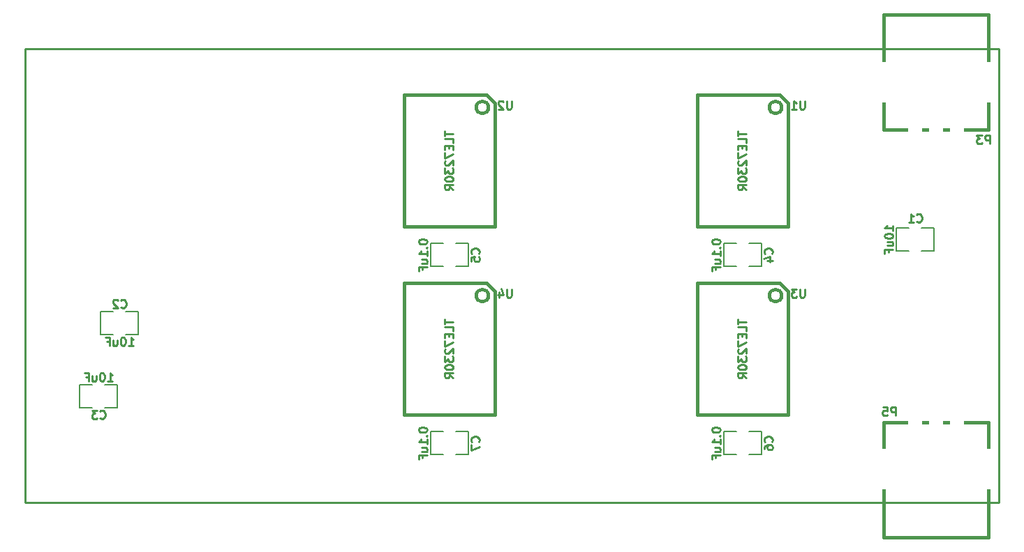
<source format=gbo>
G04 #@! TF.FileFunction,Legend,Bot*
%FSLAX46Y46*%
G04 Gerber Fmt 4.6, Leading zero omitted, Abs format (unit mm)*
G04 Created by KiCad (PCBNEW 4.1.0-alpha+201606220817+6945~45~ubuntu16.04.1-product) date Wed Jun 22 14:42:33 2016*
%MOMM*%
%LPD*%
G01*
G04 APERTURE LIST*
%ADD10C,0.100000*%
%ADD11C,0.228600*%
%ADD12C,0.127000*%
%ADD13C,0.381000*%
%ADD14C,0.254000*%
%ADD15R,1.270000X2.540000*%
%ADD16O,1.524000X2.540000*%
%ADD17C,1.930400*%
%ADD18O,4.572000X3.556000*%
%ADD19O,4.064000X5.080000*%
%ADD20O,5.080000X3.556000*%
%ADD21O,5.080000X3.048000*%
%ADD22O,2.032000X1.524000*%
%ADD23O,1.524000X2.032000*%
%ADD24C,3.759200*%
%ADD25O,2.540000X1.524000*%
%ADD26C,1.600200*%
%ADD27R,1.778000X4.191000*%
%ADD28R,2.997200X5.029200*%
%ADD29R,1.930000X0.550000*%
%ADD30O,1.651000X2.159000*%
G04 APERTURE END LIST*
D10*
D11*
X211455000Y-75311000D02*
X93345000Y-75311000D01*
X211455000Y-130429000D02*
X211455000Y-75311000D01*
X93345000Y-130429000D02*
X211455000Y-130429000D01*
X93345000Y-75311000D02*
X93345000Y-130429000D01*
D12*
X144018000Y-124587000D02*
X142494000Y-124587000D01*
X142494000Y-124587000D02*
X142494000Y-121793000D01*
X142494000Y-121793000D02*
X144018000Y-121793000D01*
X145542000Y-121793000D02*
X147066000Y-121793000D01*
X147066000Y-121793000D02*
X147066000Y-124587000D01*
X147066000Y-124587000D02*
X145542000Y-124587000D01*
X200533000Y-99822000D02*
X199009000Y-99822000D01*
X199009000Y-99822000D02*
X199009000Y-97028000D01*
X199009000Y-97028000D02*
X200533000Y-97028000D01*
X202057000Y-97028000D02*
X203581000Y-97028000D01*
X203581000Y-97028000D02*
X203581000Y-99822000D01*
X203581000Y-99822000D02*
X202057000Y-99822000D01*
X105537000Y-107188000D02*
X107061000Y-107188000D01*
X107061000Y-107188000D02*
X107061000Y-109982000D01*
X107061000Y-109982000D02*
X105537000Y-109982000D01*
X104013000Y-109982000D02*
X102489000Y-109982000D01*
X102489000Y-109982000D02*
X102489000Y-107188000D01*
X102489000Y-107188000D02*
X104013000Y-107188000D01*
X179578000Y-124587000D02*
X178054000Y-124587000D01*
X178054000Y-124587000D02*
X178054000Y-121793000D01*
X178054000Y-121793000D02*
X179578000Y-121793000D01*
X181102000Y-121793000D02*
X182626000Y-121793000D01*
X182626000Y-121793000D02*
X182626000Y-124587000D01*
X182626000Y-124587000D02*
X181102000Y-124587000D01*
D13*
X210185000Y-71120000D02*
X197485000Y-71120000D01*
X197485000Y-71120000D02*
X197485000Y-85090000D01*
X210185000Y-71120000D02*
X210185000Y-85090000D01*
X210185000Y-85090000D02*
X197485000Y-85090000D01*
X197485000Y-134620000D02*
X210185000Y-134620000D01*
X210185000Y-134620000D02*
X210185000Y-120650000D01*
X197485000Y-134620000D02*
X197485000Y-120650000D01*
X197485000Y-120650000D02*
X210185000Y-120650000D01*
D12*
X101473000Y-118872000D02*
X99949000Y-118872000D01*
X99949000Y-118872000D02*
X99949000Y-116078000D01*
X99949000Y-116078000D02*
X101473000Y-116078000D01*
X102997000Y-116078000D02*
X104521000Y-116078000D01*
X104521000Y-116078000D02*
X104521000Y-118872000D01*
X104521000Y-118872000D02*
X102997000Y-118872000D01*
X179578000Y-101727000D02*
X178054000Y-101727000D01*
X178054000Y-101727000D02*
X178054000Y-98933000D01*
X178054000Y-98933000D02*
X179578000Y-98933000D01*
X181102000Y-98933000D02*
X182626000Y-98933000D01*
X182626000Y-98933000D02*
X182626000Y-101727000D01*
X182626000Y-101727000D02*
X181102000Y-101727000D01*
X144018000Y-101727000D02*
X142494000Y-101727000D01*
X142494000Y-101727000D02*
X142494000Y-98933000D01*
X142494000Y-98933000D02*
X144018000Y-98933000D01*
X145542000Y-98933000D02*
X147066000Y-98933000D01*
X147066000Y-98933000D02*
X147066000Y-101727000D01*
X147066000Y-101727000D02*
X145542000Y-101727000D01*
D13*
X149530000Y-105260000D02*
G75*
G03X149530000Y-105260000I-750000J0D01*
G01*
X150280000Y-104760000D02*
X150280000Y-119760000D01*
X150280000Y-119760000D02*
X139280000Y-119760000D01*
X139280000Y-119760000D02*
X139280000Y-103760000D01*
X139280000Y-103760000D02*
X149280000Y-103760000D01*
X149280000Y-103760000D02*
X150280000Y-104760000D01*
X185090000Y-105260000D02*
G75*
G03X185090000Y-105260000I-750000J0D01*
G01*
X185840000Y-104760000D02*
X185840000Y-119760000D01*
X185840000Y-119760000D02*
X174840000Y-119760000D01*
X174840000Y-119760000D02*
X174840000Y-103760000D01*
X174840000Y-103760000D02*
X184840000Y-103760000D01*
X184840000Y-103760000D02*
X185840000Y-104760000D01*
X149530000Y-82400000D02*
G75*
G03X149530000Y-82400000I-750000J0D01*
G01*
X150280000Y-81900000D02*
X150280000Y-96900000D01*
X150280000Y-96900000D02*
X139280000Y-96900000D01*
X139280000Y-96900000D02*
X139280000Y-80900000D01*
X139280000Y-80900000D02*
X149280000Y-80900000D01*
X149280000Y-80900000D02*
X150280000Y-81900000D01*
X185090000Y-82400000D02*
G75*
G03X185090000Y-82400000I-750000J0D01*
G01*
X185840000Y-81900000D02*
X185840000Y-96900000D01*
X185840000Y-96900000D02*
X174840000Y-96900000D01*
X174840000Y-96900000D02*
X174840000Y-80900000D01*
X174840000Y-80900000D02*
X184840000Y-80900000D01*
X184840000Y-80900000D02*
X185840000Y-81900000D01*
D14*
X148317857Y-123020666D02*
X148366238Y-122972285D01*
X148414619Y-122827142D01*
X148414619Y-122730380D01*
X148366238Y-122585238D01*
X148269476Y-122488476D01*
X148172714Y-122440095D01*
X147979190Y-122391714D01*
X147834047Y-122391714D01*
X147640523Y-122440095D01*
X147543761Y-122488476D01*
X147447000Y-122585238D01*
X147398619Y-122730380D01*
X147398619Y-122827142D01*
X147447000Y-122972285D01*
X147495380Y-123020666D01*
X147398619Y-123359333D02*
X147398619Y-124036666D01*
X148414619Y-123601238D01*
X141048619Y-121520857D02*
X141048619Y-121617619D01*
X141097000Y-121714380D01*
X141145380Y-121762761D01*
X141242142Y-121811142D01*
X141435666Y-121859523D01*
X141677571Y-121859523D01*
X141871095Y-121811142D01*
X141967857Y-121762761D01*
X142016238Y-121714380D01*
X142064619Y-121617619D01*
X142064619Y-121520857D01*
X142016238Y-121424095D01*
X141967857Y-121375714D01*
X141871095Y-121327333D01*
X141677571Y-121278952D01*
X141435666Y-121278952D01*
X141242142Y-121327333D01*
X141145380Y-121375714D01*
X141097000Y-121424095D01*
X141048619Y-121520857D01*
X141967857Y-122294952D02*
X142016238Y-122343333D01*
X142064619Y-122294952D01*
X142016238Y-122246571D01*
X141967857Y-122294952D01*
X142064619Y-122294952D01*
X142064619Y-123310952D02*
X142064619Y-122730380D01*
X142064619Y-123020666D02*
X141048619Y-123020666D01*
X141193761Y-122923904D01*
X141290523Y-122827142D01*
X141338904Y-122730380D01*
X141387285Y-124181809D02*
X142064619Y-124181809D01*
X141387285Y-123746380D02*
X141919476Y-123746380D01*
X142016238Y-123794761D01*
X142064619Y-123891523D01*
X142064619Y-124036666D01*
X142016238Y-124133428D01*
X141967857Y-124181809D01*
X141532428Y-125004285D02*
X141532428Y-124665619D01*
X142064619Y-124665619D02*
X141048619Y-124665619D01*
X141048619Y-125149428D01*
X201464333Y-96247857D02*
X201512714Y-96296238D01*
X201657857Y-96344619D01*
X201754619Y-96344619D01*
X201899761Y-96296238D01*
X201996523Y-96199476D01*
X202044904Y-96102714D01*
X202093285Y-95909190D01*
X202093285Y-95764047D01*
X202044904Y-95570523D01*
X201996523Y-95473761D01*
X201899761Y-95377000D01*
X201754619Y-95328619D01*
X201657857Y-95328619D01*
X201512714Y-95377000D01*
X201464333Y-95425380D01*
X200496714Y-96344619D02*
X201077285Y-96344619D01*
X200787000Y-96344619D02*
X200787000Y-95328619D01*
X200883761Y-95473761D01*
X200980523Y-95570523D01*
X201077285Y-95618904D01*
X198579619Y-97336428D02*
X198579619Y-96755857D01*
X198579619Y-97046142D02*
X197563619Y-97046142D01*
X197708761Y-96949380D01*
X197805523Y-96852619D01*
X197853904Y-96755857D01*
X197563619Y-97965380D02*
X197563619Y-98062142D01*
X197612000Y-98158904D01*
X197660380Y-98207285D01*
X197757142Y-98255666D01*
X197950666Y-98304047D01*
X198192571Y-98304047D01*
X198386095Y-98255666D01*
X198482857Y-98207285D01*
X198531238Y-98158904D01*
X198579619Y-98062142D01*
X198579619Y-97965380D01*
X198531238Y-97868619D01*
X198482857Y-97820238D01*
X198386095Y-97771857D01*
X198192571Y-97723476D01*
X197950666Y-97723476D01*
X197757142Y-97771857D01*
X197660380Y-97820238D01*
X197612000Y-97868619D01*
X197563619Y-97965380D01*
X197902285Y-99174904D02*
X198579619Y-99174904D01*
X197902285Y-98739476D02*
X198434476Y-98739476D01*
X198531238Y-98787857D01*
X198579619Y-98884619D01*
X198579619Y-99029761D01*
X198531238Y-99126523D01*
X198482857Y-99174904D01*
X198047428Y-99997380D02*
X198047428Y-99658714D01*
X198579619Y-99658714D02*
X197563619Y-99658714D01*
X197563619Y-100142523D01*
X104944333Y-106661857D02*
X104992714Y-106710238D01*
X105137857Y-106758619D01*
X105234619Y-106758619D01*
X105379761Y-106710238D01*
X105476523Y-106613476D01*
X105524904Y-106516714D01*
X105573285Y-106323190D01*
X105573285Y-106178047D01*
X105524904Y-105984523D01*
X105476523Y-105887761D01*
X105379761Y-105791000D01*
X105234619Y-105742619D01*
X105137857Y-105742619D01*
X104992714Y-105791000D01*
X104944333Y-105839380D01*
X104557285Y-105839380D02*
X104508904Y-105791000D01*
X104412142Y-105742619D01*
X104170238Y-105742619D01*
X104073476Y-105791000D01*
X104025095Y-105839380D01*
X103976714Y-105936142D01*
X103976714Y-106032904D01*
X104025095Y-106178047D01*
X104605666Y-106758619D01*
X103976714Y-106758619D01*
X105863571Y-111330619D02*
X106444142Y-111330619D01*
X106153857Y-111330619D02*
X106153857Y-110314619D01*
X106250619Y-110459761D01*
X106347380Y-110556523D01*
X106444142Y-110604904D01*
X105234619Y-110314619D02*
X105137857Y-110314619D01*
X105041095Y-110363000D01*
X104992714Y-110411380D01*
X104944333Y-110508142D01*
X104895952Y-110701666D01*
X104895952Y-110943571D01*
X104944333Y-111137095D01*
X104992714Y-111233857D01*
X105041095Y-111282238D01*
X105137857Y-111330619D01*
X105234619Y-111330619D01*
X105331380Y-111282238D01*
X105379761Y-111233857D01*
X105428142Y-111137095D01*
X105476523Y-110943571D01*
X105476523Y-110701666D01*
X105428142Y-110508142D01*
X105379761Y-110411380D01*
X105331380Y-110363000D01*
X105234619Y-110314619D01*
X104025095Y-110653285D02*
X104025095Y-111330619D01*
X104460523Y-110653285D02*
X104460523Y-111185476D01*
X104412142Y-111282238D01*
X104315380Y-111330619D01*
X104170238Y-111330619D01*
X104073476Y-111282238D01*
X104025095Y-111233857D01*
X103202619Y-110798428D02*
X103541285Y-110798428D01*
X103541285Y-111330619D02*
X103541285Y-110314619D01*
X103057476Y-110314619D01*
X183877857Y-123020666D02*
X183926238Y-122972285D01*
X183974619Y-122827142D01*
X183974619Y-122730380D01*
X183926238Y-122585238D01*
X183829476Y-122488476D01*
X183732714Y-122440095D01*
X183539190Y-122391714D01*
X183394047Y-122391714D01*
X183200523Y-122440095D01*
X183103761Y-122488476D01*
X183007000Y-122585238D01*
X182958619Y-122730380D01*
X182958619Y-122827142D01*
X183007000Y-122972285D01*
X183055380Y-123020666D01*
X182958619Y-123891523D02*
X182958619Y-123698000D01*
X183007000Y-123601238D01*
X183055380Y-123552857D01*
X183200523Y-123456095D01*
X183394047Y-123407714D01*
X183781095Y-123407714D01*
X183877857Y-123456095D01*
X183926238Y-123504476D01*
X183974619Y-123601238D01*
X183974619Y-123794761D01*
X183926238Y-123891523D01*
X183877857Y-123939904D01*
X183781095Y-123988285D01*
X183539190Y-123988285D01*
X183442428Y-123939904D01*
X183394047Y-123891523D01*
X183345666Y-123794761D01*
X183345666Y-123601238D01*
X183394047Y-123504476D01*
X183442428Y-123456095D01*
X183539190Y-123407714D01*
X176608619Y-121520857D02*
X176608619Y-121617619D01*
X176657000Y-121714380D01*
X176705380Y-121762761D01*
X176802142Y-121811142D01*
X176995666Y-121859523D01*
X177237571Y-121859523D01*
X177431095Y-121811142D01*
X177527857Y-121762761D01*
X177576238Y-121714380D01*
X177624619Y-121617619D01*
X177624619Y-121520857D01*
X177576238Y-121424095D01*
X177527857Y-121375714D01*
X177431095Y-121327333D01*
X177237571Y-121278952D01*
X176995666Y-121278952D01*
X176802142Y-121327333D01*
X176705380Y-121375714D01*
X176657000Y-121424095D01*
X176608619Y-121520857D01*
X177527857Y-122294952D02*
X177576238Y-122343333D01*
X177624619Y-122294952D01*
X177576238Y-122246571D01*
X177527857Y-122294952D01*
X177624619Y-122294952D01*
X177624619Y-123310952D02*
X177624619Y-122730380D01*
X177624619Y-123020666D02*
X176608619Y-123020666D01*
X176753761Y-122923904D01*
X176850523Y-122827142D01*
X176898904Y-122730380D01*
X176947285Y-124181809D02*
X177624619Y-124181809D01*
X176947285Y-123746380D02*
X177479476Y-123746380D01*
X177576238Y-123794761D01*
X177624619Y-123891523D01*
X177624619Y-124036666D01*
X177576238Y-124133428D01*
X177527857Y-124181809D01*
X177092428Y-125004285D02*
X177092428Y-124665619D01*
X177624619Y-124665619D02*
X176608619Y-124665619D01*
X176608619Y-125149428D01*
X210299904Y-86819619D02*
X210299904Y-85803619D01*
X209912857Y-85803619D01*
X209816095Y-85852000D01*
X209767714Y-85900380D01*
X209719333Y-85997142D01*
X209719333Y-86142285D01*
X209767714Y-86239047D01*
X209816095Y-86287428D01*
X209912857Y-86335809D01*
X210299904Y-86335809D01*
X209380666Y-85803619D02*
X208751714Y-85803619D01*
X209090380Y-86190666D01*
X208945238Y-86190666D01*
X208848476Y-86239047D01*
X208800095Y-86287428D01*
X208751714Y-86384190D01*
X208751714Y-86626095D01*
X208800095Y-86722857D01*
X208848476Y-86771238D01*
X208945238Y-86819619D01*
X209235523Y-86819619D01*
X209332285Y-86771238D01*
X209380666Y-86722857D01*
X198869904Y-119839619D02*
X198869904Y-118823619D01*
X198482857Y-118823619D01*
X198386095Y-118872000D01*
X198337714Y-118920380D01*
X198289333Y-119017142D01*
X198289333Y-119162285D01*
X198337714Y-119259047D01*
X198386095Y-119307428D01*
X198482857Y-119355809D01*
X198869904Y-119355809D01*
X197370095Y-118823619D02*
X197853904Y-118823619D01*
X197902285Y-119307428D01*
X197853904Y-119259047D01*
X197757142Y-119210666D01*
X197515238Y-119210666D01*
X197418476Y-119259047D01*
X197370095Y-119307428D01*
X197321714Y-119404190D01*
X197321714Y-119646095D01*
X197370095Y-119742857D01*
X197418476Y-119791238D01*
X197515238Y-119839619D01*
X197757142Y-119839619D01*
X197853904Y-119791238D01*
X197902285Y-119742857D01*
X102404333Y-120123857D02*
X102452714Y-120172238D01*
X102597857Y-120220619D01*
X102694619Y-120220619D01*
X102839761Y-120172238D01*
X102936523Y-120075476D01*
X102984904Y-119978714D01*
X103033285Y-119785190D01*
X103033285Y-119640047D01*
X102984904Y-119446523D01*
X102936523Y-119349761D01*
X102839761Y-119253000D01*
X102694619Y-119204619D01*
X102597857Y-119204619D01*
X102452714Y-119253000D01*
X102404333Y-119301380D01*
X102065666Y-119204619D02*
X101436714Y-119204619D01*
X101775380Y-119591666D01*
X101630238Y-119591666D01*
X101533476Y-119640047D01*
X101485095Y-119688428D01*
X101436714Y-119785190D01*
X101436714Y-120027095D01*
X101485095Y-120123857D01*
X101533476Y-120172238D01*
X101630238Y-120220619D01*
X101920523Y-120220619D01*
X102017285Y-120172238D01*
X102065666Y-120123857D01*
X103323571Y-115648619D02*
X103904142Y-115648619D01*
X103613857Y-115648619D02*
X103613857Y-114632619D01*
X103710619Y-114777761D01*
X103807380Y-114874523D01*
X103904142Y-114922904D01*
X102694619Y-114632619D02*
X102597857Y-114632619D01*
X102501095Y-114681000D01*
X102452714Y-114729380D01*
X102404333Y-114826142D01*
X102355952Y-115019666D01*
X102355952Y-115261571D01*
X102404333Y-115455095D01*
X102452714Y-115551857D01*
X102501095Y-115600238D01*
X102597857Y-115648619D01*
X102694619Y-115648619D01*
X102791380Y-115600238D01*
X102839761Y-115551857D01*
X102888142Y-115455095D01*
X102936523Y-115261571D01*
X102936523Y-115019666D01*
X102888142Y-114826142D01*
X102839761Y-114729380D01*
X102791380Y-114681000D01*
X102694619Y-114632619D01*
X101485095Y-114971285D02*
X101485095Y-115648619D01*
X101920523Y-114971285D02*
X101920523Y-115503476D01*
X101872142Y-115600238D01*
X101775380Y-115648619D01*
X101630238Y-115648619D01*
X101533476Y-115600238D01*
X101485095Y-115551857D01*
X100662619Y-115116428D02*
X101001285Y-115116428D01*
X101001285Y-115648619D02*
X101001285Y-114632619D01*
X100517476Y-114632619D01*
X183877857Y-100160666D02*
X183926238Y-100112285D01*
X183974619Y-99967142D01*
X183974619Y-99870380D01*
X183926238Y-99725238D01*
X183829476Y-99628476D01*
X183732714Y-99580095D01*
X183539190Y-99531714D01*
X183394047Y-99531714D01*
X183200523Y-99580095D01*
X183103761Y-99628476D01*
X183007000Y-99725238D01*
X182958619Y-99870380D01*
X182958619Y-99967142D01*
X183007000Y-100112285D01*
X183055380Y-100160666D01*
X183297285Y-101031523D02*
X183974619Y-101031523D01*
X182910238Y-100789619D02*
X183635952Y-100547714D01*
X183635952Y-101176666D01*
X176608619Y-98660857D02*
X176608619Y-98757619D01*
X176657000Y-98854380D01*
X176705380Y-98902761D01*
X176802142Y-98951142D01*
X176995666Y-98999523D01*
X177237571Y-98999523D01*
X177431095Y-98951142D01*
X177527857Y-98902761D01*
X177576238Y-98854380D01*
X177624619Y-98757619D01*
X177624619Y-98660857D01*
X177576238Y-98564095D01*
X177527857Y-98515714D01*
X177431095Y-98467333D01*
X177237571Y-98418952D01*
X176995666Y-98418952D01*
X176802142Y-98467333D01*
X176705380Y-98515714D01*
X176657000Y-98564095D01*
X176608619Y-98660857D01*
X177527857Y-99434952D02*
X177576238Y-99483333D01*
X177624619Y-99434952D01*
X177576238Y-99386571D01*
X177527857Y-99434952D01*
X177624619Y-99434952D01*
X177624619Y-100450952D02*
X177624619Y-99870380D01*
X177624619Y-100160666D02*
X176608619Y-100160666D01*
X176753761Y-100063904D01*
X176850523Y-99967142D01*
X176898904Y-99870380D01*
X176947285Y-101321809D02*
X177624619Y-101321809D01*
X176947285Y-100886380D02*
X177479476Y-100886380D01*
X177576238Y-100934761D01*
X177624619Y-101031523D01*
X177624619Y-101176666D01*
X177576238Y-101273428D01*
X177527857Y-101321809D01*
X177092428Y-102144285D02*
X177092428Y-101805619D01*
X177624619Y-101805619D02*
X176608619Y-101805619D01*
X176608619Y-102289428D01*
X148317857Y-100160666D02*
X148366238Y-100112285D01*
X148414619Y-99967142D01*
X148414619Y-99870380D01*
X148366238Y-99725238D01*
X148269476Y-99628476D01*
X148172714Y-99580095D01*
X147979190Y-99531714D01*
X147834047Y-99531714D01*
X147640523Y-99580095D01*
X147543761Y-99628476D01*
X147447000Y-99725238D01*
X147398619Y-99870380D01*
X147398619Y-99967142D01*
X147447000Y-100112285D01*
X147495380Y-100160666D01*
X147398619Y-101079904D02*
X147398619Y-100596095D01*
X147882428Y-100547714D01*
X147834047Y-100596095D01*
X147785666Y-100692857D01*
X147785666Y-100934761D01*
X147834047Y-101031523D01*
X147882428Y-101079904D01*
X147979190Y-101128285D01*
X148221095Y-101128285D01*
X148317857Y-101079904D01*
X148366238Y-101031523D01*
X148414619Y-100934761D01*
X148414619Y-100692857D01*
X148366238Y-100596095D01*
X148317857Y-100547714D01*
X141048619Y-98660857D02*
X141048619Y-98757619D01*
X141097000Y-98854380D01*
X141145380Y-98902761D01*
X141242142Y-98951142D01*
X141435666Y-98999523D01*
X141677571Y-98999523D01*
X141871095Y-98951142D01*
X141967857Y-98902761D01*
X142016238Y-98854380D01*
X142064619Y-98757619D01*
X142064619Y-98660857D01*
X142016238Y-98564095D01*
X141967857Y-98515714D01*
X141871095Y-98467333D01*
X141677571Y-98418952D01*
X141435666Y-98418952D01*
X141242142Y-98467333D01*
X141145380Y-98515714D01*
X141097000Y-98564095D01*
X141048619Y-98660857D01*
X141967857Y-99434952D02*
X142016238Y-99483333D01*
X142064619Y-99434952D01*
X142016238Y-99386571D01*
X141967857Y-99434952D01*
X142064619Y-99434952D01*
X142064619Y-100450952D02*
X142064619Y-99870380D01*
X142064619Y-100160666D02*
X141048619Y-100160666D01*
X141193761Y-100063904D01*
X141290523Y-99967142D01*
X141338904Y-99870380D01*
X141387285Y-101321809D02*
X142064619Y-101321809D01*
X141387285Y-100886380D02*
X141919476Y-100886380D01*
X142016238Y-100934761D01*
X142064619Y-101031523D01*
X142064619Y-101176666D01*
X142016238Y-101273428D01*
X141967857Y-101321809D01*
X141532428Y-102144285D02*
X141532428Y-101805619D01*
X142064619Y-101805619D02*
X141048619Y-101805619D01*
X141048619Y-102289428D01*
X152304095Y-104453619D02*
X152304095Y-105276095D01*
X152255714Y-105372857D01*
X152207333Y-105421238D01*
X152110571Y-105469619D01*
X151917047Y-105469619D01*
X151820285Y-105421238D01*
X151771904Y-105372857D01*
X151723523Y-105276095D01*
X151723523Y-104453619D01*
X150804285Y-104792285D02*
X150804285Y-105469619D01*
X151046190Y-104405238D02*
X151288095Y-105130952D01*
X150659142Y-105130952D01*
X144223619Y-108155619D02*
X144223619Y-108736190D01*
X145239619Y-108445904D02*
X144223619Y-108445904D01*
X145239619Y-109558666D02*
X145239619Y-109074857D01*
X144223619Y-109074857D01*
X144707428Y-109897333D02*
X144707428Y-110236000D01*
X145239619Y-110381142D02*
X145239619Y-109897333D01*
X144223619Y-109897333D01*
X144223619Y-110381142D01*
X144223619Y-110719809D02*
X144223619Y-111397142D01*
X145239619Y-110961714D01*
X144320380Y-111735809D02*
X144272000Y-111784190D01*
X144223619Y-111880952D01*
X144223619Y-112122857D01*
X144272000Y-112219619D01*
X144320380Y-112268000D01*
X144417142Y-112316380D01*
X144513904Y-112316380D01*
X144659047Y-112268000D01*
X145239619Y-111687428D01*
X145239619Y-112316380D01*
X144223619Y-112655047D02*
X144223619Y-113284000D01*
X144610666Y-112945333D01*
X144610666Y-113090476D01*
X144659047Y-113187238D01*
X144707428Y-113235619D01*
X144804190Y-113284000D01*
X145046095Y-113284000D01*
X145142857Y-113235619D01*
X145191238Y-113187238D01*
X145239619Y-113090476D01*
X145239619Y-112800190D01*
X145191238Y-112703428D01*
X145142857Y-112655047D01*
X144223619Y-113912952D02*
X144223619Y-114009714D01*
X144272000Y-114106476D01*
X144320380Y-114154857D01*
X144417142Y-114203238D01*
X144610666Y-114251619D01*
X144852571Y-114251619D01*
X145046095Y-114203238D01*
X145142857Y-114154857D01*
X145191238Y-114106476D01*
X145239619Y-114009714D01*
X145239619Y-113912952D01*
X145191238Y-113816190D01*
X145142857Y-113767809D01*
X145046095Y-113719428D01*
X144852571Y-113671047D01*
X144610666Y-113671047D01*
X144417142Y-113719428D01*
X144320380Y-113767809D01*
X144272000Y-113816190D01*
X144223619Y-113912952D01*
X145239619Y-115267619D02*
X144755809Y-114928952D01*
X145239619Y-114687047D02*
X144223619Y-114687047D01*
X144223619Y-115074095D01*
X144272000Y-115170857D01*
X144320380Y-115219238D01*
X144417142Y-115267619D01*
X144562285Y-115267619D01*
X144659047Y-115219238D01*
X144707428Y-115170857D01*
X144755809Y-115074095D01*
X144755809Y-114687047D01*
X187864095Y-104453619D02*
X187864095Y-105276095D01*
X187815714Y-105372857D01*
X187767333Y-105421238D01*
X187670571Y-105469619D01*
X187477047Y-105469619D01*
X187380285Y-105421238D01*
X187331904Y-105372857D01*
X187283523Y-105276095D01*
X187283523Y-104453619D01*
X186896476Y-104453619D02*
X186267523Y-104453619D01*
X186606190Y-104840666D01*
X186461047Y-104840666D01*
X186364285Y-104889047D01*
X186315904Y-104937428D01*
X186267523Y-105034190D01*
X186267523Y-105276095D01*
X186315904Y-105372857D01*
X186364285Y-105421238D01*
X186461047Y-105469619D01*
X186751333Y-105469619D01*
X186848095Y-105421238D01*
X186896476Y-105372857D01*
X179783619Y-108155619D02*
X179783619Y-108736190D01*
X180799619Y-108445904D02*
X179783619Y-108445904D01*
X180799619Y-109558666D02*
X180799619Y-109074857D01*
X179783619Y-109074857D01*
X180267428Y-109897333D02*
X180267428Y-110236000D01*
X180799619Y-110381142D02*
X180799619Y-109897333D01*
X179783619Y-109897333D01*
X179783619Y-110381142D01*
X179783619Y-110719809D02*
X179783619Y-111397142D01*
X180799619Y-110961714D01*
X179880380Y-111735809D02*
X179832000Y-111784190D01*
X179783619Y-111880952D01*
X179783619Y-112122857D01*
X179832000Y-112219619D01*
X179880380Y-112268000D01*
X179977142Y-112316380D01*
X180073904Y-112316380D01*
X180219047Y-112268000D01*
X180799619Y-111687428D01*
X180799619Y-112316380D01*
X179783619Y-112655047D02*
X179783619Y-113284000D01*
X180170666Y-112945333D01*
X180170666Y-113090476D01*
X180219047Y-113187238D01*
X180267428Y-113235619D01*
X180364190Y-113284000D01*
X180606095Y-113284000D01*
X180702857Y-113235619D01*
X180751238Y-113187238D01*
X180799619Y-113090476D01*
X180799619Y-112800190D01*
X180751238Y-112703428D01*
X180702857Y-112655047D01*
X179783619Y-113912952D02*
X179783619Y-114009714D01*
X179832000Y-114106476D01*
X179880380Y-114154857D01*
X179977142Y-114203238D01*
X180170666Y-114251619D01*
X180412571Y-114251619D01*
X180606095Y-114203238D01*
X180702857Y-114154857D01*
X180751238Y-114106476D01*
X180799619Y-114009714D01*
X180799619Y-113912952D01*
X180751238Y-113816190D01*
X180702857Y-113767809D01*
X180606095Y-113719428D01*
X180412571Y-113671047D01*
X180170666Y-113671047D01*
X179977142Y-113719428D01*
X179880380Y-113767809D01*
X179832000Y-113816190D01*
X179783619Y-113912952D01*
X180799619Y-115267619D02*
X180315809Y-114928952D01*
X180799619Y-114687047D02*
X179783619Y-114687047D01*
X179783619Y-115074095D01*
X179832000Y-115170857D01*
X179880380Y-115219238D01*
X179977142Y-115267619D01*
X180122285Y-115267619D01*
X180219047Y-115219238D01*
X180267428Y-115170857D01*
X180315809Y-115074095D01*
X180315809Y-114687047D01*
X152304095Y-81593619D02*
X152304095Y-82416095D01*
X152255714Y-82512857D01*
X152207333Y-82561238D01*
X152110571Y-82609619D01*
X151917047Y-82609619D01*
X151820285Y-82561238D01*
X151771904Y-82512857D01*
X151723523Y-82416095D01*
X151723523Y-81593619D01*
X151288095Y-81690380D02*
X151239714Y-81642000D01*
X151142952Y-81593619D01*
X150901047Y-81593619D01*
X150804285Y-81642000D01*
X150755904Y-81690380D01*
X150707523Y-81787142D01*
X150707523Y-81883904D01*
X150755904Y-82029047D01*
X151336476Y-82609619D01*
X150707523Y-82609619D01*
X144223619Y-85295619D02*
X144223619Y-85876190D01*
X145239619Y-85585904D02*
X144223619Y-85585904D01*
X145239619Y-86698666D02*
X145239619Y-86214857D01*
X144223619Y-86214857D01*
X144707428Y-87037333D02*
X144707428Y-87376000D01*
X145239619Y-87521142D02*
X145239619Y-87037333D01*
X144223619Y-87037333D01*
X144223619Y-87521142D01*
X144223619Y-87859809D02*
X144223619Y-88537142D01*
X145239619Y-88101714D01*
X144320380Y-88875809D02*
X144272000Y-88924190D01*
X144223619Y-89020952D01*
X144223619Y-89262857D01*
X144272000Y-89359619D01*
X144320380Y-89408000D01*
X144417142Y-89456380D01*
X144513904Y-89456380D01*
X144659047Y-89408000D01*
X145239619Y-88827428D01*
X145239619Y-89456380D01*
X144223619Y-89795047D02*
X144223619Y-90424000D01*
X144610666Y-90085333D01*
X144610666Y-90230476D01*
X144659047Y-90327238D01*
X144707428Y-90375619D01*
X144804190Y-90424000D01*
X145046095Y-90424000D01*
X145142857Y-90375619D01*
X145191238Y-90327238D01*
X145239619Y-90230476D01*
X145239619Y-89940190D01*
X145191238Y-89843428D01*
X145142857Y-89795047D01*
X144223619Y-91052952D02*
X144223619Y-91149714D01*
X144272000Y-91246476D01*
X144320380Y-91294857D01*
X144417142Y-91343238D01*
X144610666Y-91391619D01*
X144852571Y-91391619D01*
X145046095Y-91343238D01*
X145142857Y-91294857D01*
X145191238Y-91246476D01*
X145239619Y-91149714D01*
X145239619Y-91052952D01*
X145191238Y-90956190D01*
X145142857Y-90907809D01*
X145046095Y-90859428D01*
X144852571Y-90811047D01*
X144610666Y-90811047D01*
X144417142Y-90859428D01*
X144320380Y-90907809D01*
X144272000Y-90956190D01*
X144223619Y-91052952D01*
X145239619Y-92407619D02*
X144755809Y-92068952D01*
X145239619Y-91827047D02*
X144223619Y-91827047D01*
X144223619Y-92214095D01*
X144272000Y-92310857D01*
X144320380Y-92359238D01*
X144417142Y-92407619D01*
X144562285Y-92407619D01*
X144659047Y-92359238D01*
X144707428Y-92310857D01*
X144755809Y-92214095D01*
X144755809Y-91827047D01*
X187864095Y-81593619D02*
X187864095Y-82416095D01*
X187815714Y-82512857D01*
X187767333Y-82561238D01*
X187670571Y-82609619D01*
X187477047Y-82609619D01*
X187380285Y-82561238D01*
X187331904Y-82512857D01*
X187283523Y-82416095D01*
X187283523Y-81593619D01*
X186267523Y-82609619D02*
X186848095Y-82609619D01*
X186557809Y-82609619D02*
X186557809Y-81593619D01*
X186654571Y-81738761D01*
X186751333Y-81835523D01*
X186848095Y-81883904D01*
X179783619Y-85295619D02*
X179783619Y-85876190D01*
X180799619Y-85585904D02*
X179783619Y-85585904D01*
X180799619Y-86698666D02*
X180799619Y-86214857D01*
X179783619Y-86214857D01*
X180267428Y-87037333D02*
X180267428Y-87376000D01*
X180799619Y-87521142D02*
X180799619Y-87037333D01*
X179783619Y-87037333D01*
X179783619Y-87521142D01*
X179783619Y-87859809D02*
X179783619Y-88537142D01*
X180799619Y-88101714D01*
X179880380Y-88875809D02*
X179832000Y-88924190D01*
X179783619Y-89020952D01*
X179783619Y-89262857D01*
X179832000Y-89359619D01*
X179880380Y-89408000D01*
X179977142Y-89456380D01*
X180073904Y-89456380D01*
X180219047Y-89408000D01*
X180799619Y-88827428D01*
X180799619Y-89456380D01*
X179783619Y-89795047D02*
X179783619Y-90424000D01*
X180170666Y-90085333D01*
X180170666Y-90230476D01*
X180219047Y-90327238D01*
X180267428Y-90375619D01*
X180364190Y-90424000D01*
X180606095Y-90424000D01*
X180702857Y-90375619D01*
X180751238Y-90327238D01*
X180799619Y-90230476D01*
X180799619Y-89940190D01*
X180751238Y-89843428D01*
X180702857Y-89795047D01*
X179783619Y-91052952D02*
X179783619Y-91149714D01*
X179832000Y-91246476D01*
X179880380Y-91294857D01*
X179977142Y-91343238D01*
X180170666Y-91391619D01*
X180412571Y-91391619D01*
X180606095Y-91343238D01*
X180702857Y-91294857D01*
X180751238Y-91246476D01*
X180799619Y-91149714D01*
X180799619Y-91052952D01*
X180751238Y-90956190D01*
X180702857Y-90907809D01*
X180606095Y-90859428D01*
X180412571Y-90811047D01*
X180170666Y-90811047D01*
X179977142Y-90859428D01*
X179880380Y-90907809D01*
X179832000Y-90956190D01*
X179783619Y-91052952D01*
X180799619Y-92407619D02*
X180315809Y-92068952D01*
X180799619Y-91827047D02*
X179783619Y-91827047D01*
X179783619Y-92214095D01*
X179832000Y-92310857D01*
X179880380Y-92359238D01*
X179977142Y-92407619D01*
X180122285Y-92407619D01*
X180219047Y-92359238D01*
X180267428Y-92310857D01*
X180315809Y-92214095D01*
X180315809Y-91827047D01*
%LPC*%
D15*
X143256000Y-123190000D03*
X146304000Y-123190000D03*
D16*
X103505000Y-113030000D03*
X100965000Y-113030000D03*
X106045000Y-113030000D03*
D17*
X208457800Y-102870000D03*
D18*
X204952600Y-102870000D03*
D19*
X199466200Y-102870000D03*
D20*
X206451200Y-98374200D03*
X206451200Y-107365800D03*
D15*
X199771000Y-98425000D03*
X202819000Y-98425000D03*
X106299000Y-108585000D03*
X103251000Y-108585000D03*
X178816000Y-123190000D03*
X181864000Y-123190000D03*
D21*
X99060000Y-107950000D03*
X99060000Y-97790000D03*
D22*
X105156000Y-102870000D03*
D23*
X107950000Y-102870000D03*
X107950000Y-100076000D03*
X107950000Y-105664000D03*
D24*
X111760000Y-127000000D03*
X113030000Y-78740000D03*
X194310000Y-127000000D03*
X187960000Y-78740000D03*
D16*
X125730000Y-127000000D03*
X128270000Y-127000000D03*
X130810000Y-127000000D03*
X133350000Y-127000000D03*
X135890000Y-127000000D03*
X138430000Y-127000000D03*
X140970000Y-127000000D03*
X143510000Y-127000000D03*
X148590000Y-127000000D03*
X151130000Y-127000000D03*
X153670000Y-127000000D03*
X156210000Y-127000000D03*
X158750000Y-127000000D03*
X161290000Y-127000000D03*
X163830000Y-127000000D03*
X166370000Y-127000000D03*
X171450000Y-127000000D03*
X173990000Y-127000000D03*
X176530000Y-127000000D03*
X179070000Y-127000000D03*
X181610000Y-127000000D03*
X184150000Y-127000000D03*
X186690000Y-127000000D03*
X189230000Y-127000000D03*
X116586000Y-78740000D03*
X119126000Y-78740000D03*
X121666000Y-78740000D03*
X124206000Y-78740000D03*
X126746000Y-78740000D03*
X129286000Y-78740000D03*
X131826000Y-78740000D03*
X134366000Y-78740000D03*
X136906000Y-78740000D03*
X139446000Y-78740000D03*
X143510000Y-78740000D03*
X161290000Y-78740000D03*
X158750000Y-78740000D03*
X156210000Y-78740000D03*
X153670000Y-78740000D03*
X151130000Y-78740000D03*
X148590000Y-78740000D03*
X146050000Y-78740000D03*
X166370000Y-78740000D03*
X168910000Y-78740000D03*
X171450000Y-78740000D03*
X173990000Y-78740000D03*
X176530000Y-78740000D03*
X179070000Y-78740000D03*
X181610000Y-78740000D03*
X184150000Y-78740000D03*
X191770000Y-78232000D03*
X194310000Y-78232000D03*
D25*
X191262000Y-81280000D03*
X194818000Y-81280000D03*
X191262000Y-83820000D03*
X194818000Y-83820000D03*
X191262000Y-86360000D03*
X194818000Y-86360000D03*
X191262000Y-88900000D03*
X194818000Y-88900000D03*
X191262000Y-91440000D03*
X194818000Y-91440000D03*
X191262000Y-93980000D03*
X194818000Y-93980000D03*
X191262000Y-96520000D03*
X194818000Y-96520000D03*
X191262000Y-99060000D03*
X194818000Y-99060000D03*
X191262000Y-101600000D03*
X194818000Y-101600000D03*
X191262000Y-104140000D03*
X194818000Y-104140000D03*
X191262000Y-106680000D03*
X194818000Y-106680000D03*
X191262000Y-109220000D03*
X194818000Y-109220000D03*
X191262000Y-111760000D03*
X194818000Y-111760000D03*
X191262000Y-114300000D03*
X194818000Y-114300000D03*
X191262000Y-116840000D03*
X194818000Y-116840000D03*
X191262000Y-119380000D03*
X194818000Y-119380000D03*
X191262000Y-121920000D03*
X194818000Y-121920000D03*
D26*
X99695000Y-90170000D03*
X99695000Y-80264000D03*
D27*
X206375000Y-86106000D03*
X203835000Y-86106000D03*
X201295000Y-86106000D03*
D26*
X208788000Y-82931000D03*
X198882000Y-82931000D03*
D28*
X209829400Y-79375000D03*
X197840600Y-79375000D03*
D26*
X205359000Y-80137000D03*
X205359000Y-90043000D03*
D27*
X201295000Y-119634000D03*
X203835000Y-119634000D03*
X206375000Y-119634000D03*
D26*
X198882000Y-122809000D03*
X208788000Y-122809000D03*
D28*
X197840600Y-126365000D03*
X209829400Y-126365000D03*
D26*
X207518000Y-124079000D03*
X200152000Y-124079000D03*
D15*
X100711000Y-117475000D03*
X103759000Y-117475000D03*
X178816000Y-100330000D03*
X181864000Y-100330000D03*
X143256000Y-100330000D03*
X146304000Y-100330000D03*
D29*
X151520000Y-106235000D03*
X151520000Y-106885000D03*
X151520000Y-107535000D03*
X151520000Y-108185000D03*
X151520000Y-108835000D03*
X151520000Y-109485000D03*
X151520000Y-110135000D03*
X151520000Y-110785000D03*
X151520000Y-111435000D03*
X151520000Y-112085000D03*
X151520000Y-112735000D03*
X151520000Y-113385000D03*
X151520000Y-114035000D03*
X151520000Y-114685000D03*
X151520000Y-115335000D03*
X151520000Y-115985000D03*
X151520000Y-116635000D03*
X151520000Y-117285000D03*
X138040000Y-117285000D03*
X138040000Y-116635000D03*
X138040000Y-115985000D03*
X138040000Y-115335000D03*
X138040000Y-114685000D03*
X138040000Y-114035000D03*
X138040000Y-113385000D03*
X138040000Y-112735000D03*
X138040000Y-112085000D03*
X138040000Y-111435000D03*
X138040000Y-110785000D03*
X138040000Y-110135000D03*
X138040000Y-109485000D03*
X138040000Y-108835000D03*
X138040000Y-108185000D03*
X138040000Y-107535000D03*
X138040000Y-106885000D03*
X138040000Y-106235000D03*
X187080000Y-106235000D03*
X187080000Y-106885000D03*
X187080000Y-107535000D03*
X187080000Y-108185000D03*
X187080000Y-108835000D03*
X187080000Y-109485000D03*
X187080000Y-110135000D03*
X187080000Y-110785000D03*
X187080000Y-111435000D03*
X187080000Y-112085000D03*
X187080000Y-112735000D03*
X187080000Y-113385000D03*
X187080000Y-114035000D03*
X187080000Y-114685000D03*
X187080000Y-115335000D03*
X187080000Y-115985000D03*
X187080000Y-116635000D03*
X187080000Y-117285000D03*
X173600000Y-117285000D03*
X173600000Y-116635000D03*
X173600000Y-115985000D03*
X173600000Y-115335000D03*
X173600000Y-114685000D03*
X173600000Y-114035000D03*
X173600000Y-113385000D03*
X173600000Y-112735000D03*
X173600000Y-112085000D03*
X173600000Y-111435000D03*
X173600000Y-110785000D03*
X173600000Y-110135000D03*
X173600000Y-109485000D03*
X173600000Y-108835000D03*
X173600000Y-108185000D03*
X173600000Y-107535000D03*
X173600000Y-106885000D03*
X173600000Y-106235000D03*
X151520000Y-83375000D03*
X151520000Y-84025000D03*
X151520000Y-84675000D03*
X151520000Y-85325000D03*
X151520000Y-85975000D03*
X151520000Y-86625000D03*
X151520000Y-87275000D03*
X151520000Y-87925000D03*
X151520000Y-88575000D03*
X151520000Y-89225000D03*
X151520000Y-89875000D03*
X151520000Y-90525000D03*
X151520000Y-91175000D03*
X151520000Y-91825000D03*
X151520000Y-92475000D03*
X151520000Y-93125000D03*
X151520000Y-93775000D03*
X151520000Y-94425000D03*
X138040000Y-94425000D03*
X138040000Y-93775000D03*
X138040000Y-93125000D03*
X138040000Y-92475000D03*
X138040000Y-91825000D03*
X138040000Y-91175000D03*
X138040000Y-90525000D03*
X138040000Y-89875000D03*
X138040000Y-89225000D03*
X138040000Y-88575000D03*
X138040000Y-87925000D03*
X138040000Y-87275000D03*
X138040000Y-86625000D03*
X138040000Y-85975000D03*
X138040000Y-85325000D03*
X138040000Y-84675000D03*
X138040000Y-84025000D03*
X138040000Y-83375000D03*
X187080000Y-83375000D03*
X187080000Y-84025000D03*
X187080000Y-84675000D03*
X187080000Y-85325000D03*
X187080000Y-85975000D03*
X187080000Y-86625000D03*
X187080000Y-87275000D03*
X187080000Y-87925000D03*
X187080000Y-88575000D03*
X187080000Y-89225000D03*
X187080000Y-89875000D03*
X187080000Y-90525000D03*
X187080000Y-91175000D03*
X187080000Y-91825000D03*
X187080000Y-92475000D03*
X187080000Y-93125000D03*
X187080000Y-93775000D03*
X187080000Y-94425000D03*
X173600000Y-94425000D03*
X173600000Y-93775000D03*
X173600000Y-93125000D03*
X173600000Y-92475000D03*
X173600000Y-91825000D03*
X173600000Y-91175000D03*
X173600000Y-90525000D03*
X173600000Y-89875000D03*
X173600000Y-89225000D03*
X173600000Y-88575000D03*
X173600000Y-87925000D03*
X173600000Y-87275000D03*
X173600000Y-86625000D03*
X173600000Y-85975000D03*
X173600000Y-85325000D03*
X173600000Y-84675000D03*
X173600000Y-84025000D03*
X173600000Y-83375000D03*
D22*
X202565000Y-109220000D03*
X197485000Y-109220000D03*
D23*
X171450000Y-100965000D03*
X171450000Y-95885000D03*
X168910000Y-100965000D03*
X168910000Y-95885000D03*
X166370000Y-100965000D03*
X166370000Y-95885000D03*
X163830000Y-100965000D03*
X163830000Y-95885000D03*
X161290000Y-100965000D03*
X161290000Y-95885000D03*
X158750000Y-100965000D03*
X158750000Y-95885000D03*
X156210000Y-100965000D03*
X156210000Y-95885000D03*
X153670000Y-100965000D03*
X153670000Y-95885000D03*
X135890000Y-100965000D03*
X135890000Y-95885000D03*
X133350000Y-100965000D03*
X133350000Y-95885000D03*
X130810000Y-100965000D03*
X130810000Y-95885000D03*
X128270000Y-100965000D03*
X128270000Y-95885000D03*
X125730000Y-100965000D03*
X125730000Y-95885000D03*
X123190000Y-100965000D03*
X123190000Y-95885000D03*
X120650000Y-100965000D03*
X120650000Y-95885000D03*
X171450000Y-123825000D03*
X171450000Y-118745000D03*
X168910000Y-123825000D03*
X168910000Y-118745000D03*
X166370000Y-123825000D03*
X166370000Y-118745000D03*
X163830000Y-123825000D03*
X163830000Y-118745000D03*
X161290000Y-123825000D03*
X161290000Y-118745000D03*
X158750000Y-123825000D03*
X158750000Y-118745000D03*
X156210000Y-123825000D03*
X156210000Y-118745000D03*
X153670000Y-123825000D03*
X153670000Y-118745000D03*
X135890000Y-123825000D03*
X135890000Y-118745000D03*
X133350000Y-123825000D03*
X133350000Y-118745000D03*
X130810000Y-123825000D03*
X130810000Y-118745000D03*
X128270000Y-123825000D03*
X128270000Y-118745000D03*
X125730000Y-123825000D03*
X125730000Y-118745000D03*
X123190000Y-123825000D03*
X123190000Y-118745000D03*
X120650000Y-123825000D03*
X120650000Y-118745000D03*
X118110000Y-123825000D03*
X118110000Y-118745000D03*
X118110000Y-100965000D03*
X118110000Y-95885000D03*
D30*
X198755000Y-94970600D03*
X203835000Y-94970600D03*
M02*

</source>
